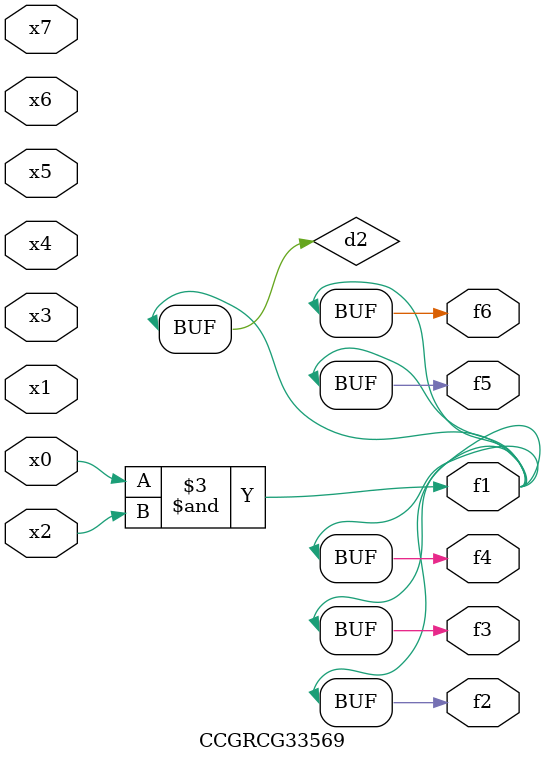
<source format=v>
module CCGRCG33569(
	input x0, x1, x2, x3, x4, x5, x6, x7,
	output f1, f2, f3, f4, f5, f6
);

	wire d1, d2;

	nor (d1, x3, x6);
	and (d2, x0, x2);
	assign f1 = d2;
	assign f2 = d2;
	assign f3 = d2;
	assign f4 = d2;
	assign f5 = d2;
	assign f6 = d2;
endmodule

</source>
